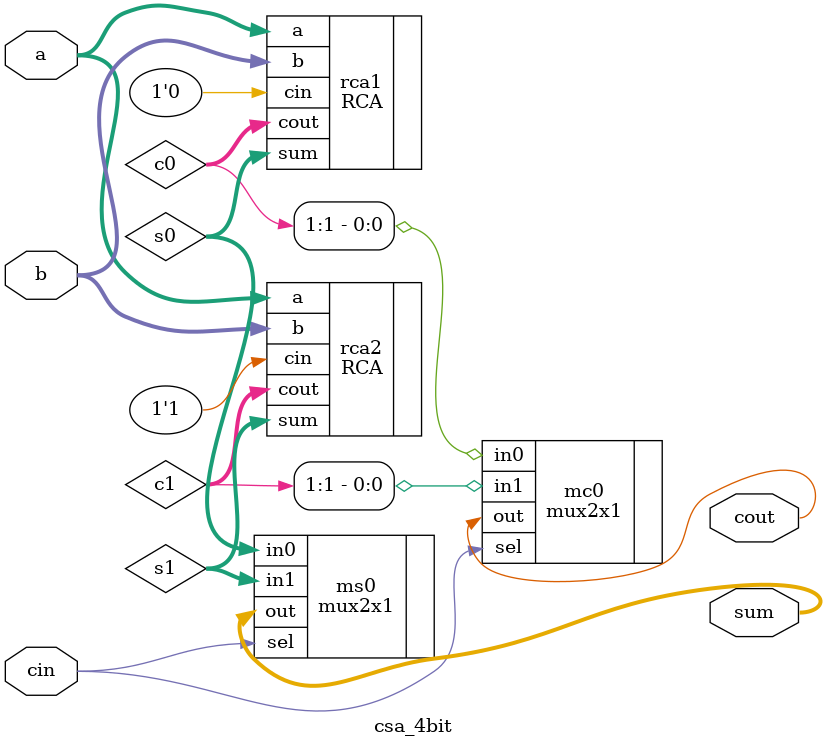
<source format=v>

module csa_4bit (
input [3:0] a,b,
input cin,
output  [3:0] sum,
output  cout
);

wire    [3:0]   s0,s1;
wire    [1:0]   c0,c1;

RCA rca1(
.a(a[3:0]),
.b(b[3:0]),
.cin(1'b0),
.sum(s0[3:0]),
.cout(c0));

RCA rca2(
.a(a[3:0]),
.b(b[3:0]),
.cin(1'b1),
.sum(s1[3:0]),
.cout(c1));

mux2x1 #(4) ms0(
.in0(s0[3:0]),
.in1(s1[3:0]),
.sel(cin),
.out(sum[3:0]));

mux2x1 #(1) mc0(
.in0(c0[1]),
.in1(c1[1]),
.sel(cin),
.out(cout));

endmodule

</source>
